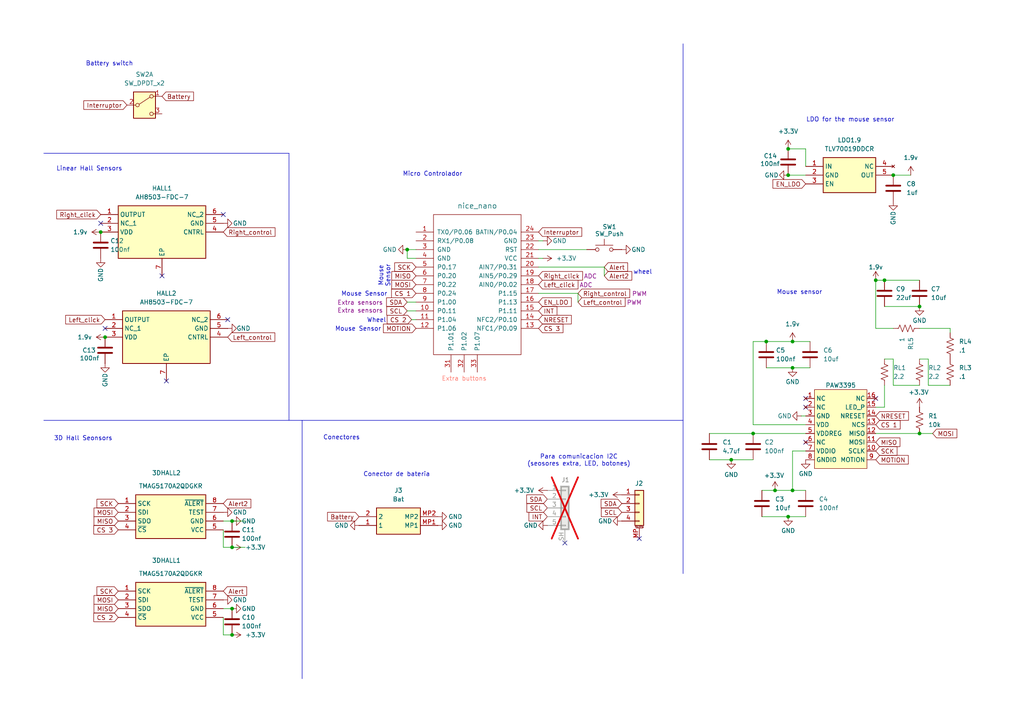
<source format=kicad_sch>
(kicad_sch (version 20250114) (generator "eeschema") (generator_version "9.0")
  (paper "A4")
  (title_block (title "Custom Mouse") (rev "0") (company "Hugo Bueno"))
  (lib_symbols
    (symbol "53261-4002:53261-4002"
      (property "Reference" "J" (at 19.05 7.62 0))
      (property "Value" "53261-4002" (at 19.05 5.08 0))
      (symbol "53261-4002_1_1"
        (rectangle (start 5.08 2.54) (end 17.78 -5.08) (stroke (width 0.254)) (fill (type background)))
        (pin passive line (at 0 0 0) (length 5.08) (name "2") (number "2"))
        (pin passive line (at 0 -2.54 0) (length 5.08) (name "1") (number "1"))
        (pin passive line (at 22.86 0 180) (length 5.08) (name "MP2") (number "MP2"))
        (pin passive line (at 22.86 -2.54 180) (length 5.08) (name "MP1") (number "MP1"))
      )
    )
    (symbol "AH8503-FDC-7:AH8503-FDC-7"
      (property "Reference" "IC" (at 31.75 7.62 0))
      (property "Value" "AH8503-FDC-7" (at 31.75 5.08 0))
      (symbol "AH8503-FDC-7_1_1"
        (rectangle (start 5.08 2.54) (end 30.48 -12.7) (stroke (width 0.254)) (fill (type background)))
        (pin passive line (at 0 0 0) (length 5.08) (name "OUTPUT") (number "1"))
        (pin passive line (at 0 -2.54 0) (length 5.08) (name "NC_1") (number "2"))
        (pin passive line (at 0 -5.08 0) (length 5.08) (name "VDD") (number "3"))
        (pin passive line (at 17.78 -17.78 90) (length 5.08) (name "EP") (number "7"))
        (pin passive line (at 35.56 0 180) (length 5.08) (name "NC_2") (number "6"))
        (pin passive line (at 35.56 -2.54 180) (length 5.08) (name "GND") (number "5"))
        (pin passive line (at 35.56 -5.08 180) (length 5.08) (name "CNTRL") (number "4"))
      )
    )
    (symbol "Connector_Generic_MountingPin:Conn_01x04_MountingPin" (pin_names (offset 1.016) (hide yes))
      (property "Reference" "J" (at 0 5.08 0))
      (property "Value" "Conn_01x04_MountingPin" (at 1.27 -7.62 0))
      (symbol "Conn_01x04_MountingPin_1_1"
        (rectangle (start -1.27 3.81) (end 1.27 -6.35) (stroke (width 0.254)) (fill (type background)))
        (rectangle (start -1.27 2.667) (end 0 2.413) (stroke (width 0.1524)))
        (rectangle (start -1.27 0.127) (end 0 -0.127) (stroke (width 0.1524)))
        (rectangle (start -1.27 -2.413) (end 0 -2.667) (stroke (width 0.1524)))
        (rectangle (start -1.27 -4.953) (end 0 -5.207) (stroke (width 0.1524)))
        (polyline (pts (xy -1.016 -7.112) (xy 1.016 -7.112)) (stroke (width 0.1524)))
        (text "Mounting" (at 0 -6.731 0) (effects (font (size 0.381 0.381))))
        (pin passive line (at -5.08 2.54 0) (length 3.81) (name "Pin_1") (number "1"))
        (pin passive line (at -5.08 0 0) (length 3.81) (name "Pin_2") (number "2"))
        (pin passive line (at -5.08 -2.54 0) (length 3.81) (name "Pin_3") (number "3"))
        (pin passive line (at -5.08 -5.08 0) (length 3.81) (name "Pin_4") (number "4"))
        (pin passive line (at 0 -10.16 90) (length 3.048) (name "MountPin") (number "MP"))
      )
    )
    (symbol "Connector_Generic_Shielded:Conn_01x05_Shielded" (pin_names (offset 1.016) (hide yes))
      (property "Reference" "J" (at 0.254 7.366 0))
      (property "Value" "Conn_01x05_Shielded" (at 1.016 -7.366 0))
      (symbol "Conn_01x05_Shielded_1_1"
        (rectangle (start -1.27 6.35) (end 1.27 -6.35) (stroke (width 0.1524)))
        (rectangle (start -1.016 6.096) (end 1.016 -6.096) (stroke (width 0.254)) (fill (type background)))
        (rectangle (start -1.016 5.207) (end 0.254 4.953) (stroke (width 0.1524)))
        (rectangle (start -1.016 2.667) (end 0.254 2.413) (stroke (width 0.1524)))
        (rectangle (start -1.016 0.127) (end 0.254 -0.127) (stroke (width 0.1524)))
        (rectangle (start -1.016 -2.413) (end 0.254 -2.667) (stroke (width 0.1524)))
        (rectangle (start -1.016 -4.953) (end 0.254 -5.207) (stroke (width 0.1524)))
        (pin passive line (at -5.08 5.08 0) (length 4.064) (name "Pin_1") (number "1"))
        (pin passive line (at -5.08 2.54 0) (length 4.064) (name "Pin_2") (number "2"))
        (pin passive line (at -5.08 0 0) (length 4.064) (name "Pin_3") (number "3"))
        (pin passive line (at -5.08 -2.54 0) (length 4.064) (name "Pin_4") (number "4"))
        (pin passive line (at -5.08 -5.08 0) (length 4.064) (name "Pin_5") (number "5"))
        (pin passive line (at 0 -10.16 90) (length 3.81) (name "Shield") (number "SH"))
      )
    )
    (symbol "Device:C" (pin_numbers (hide yes)) (pin_names (offset 0.254))
      (property "Reference" "C" (at 0.635 2.54 0))
      (property "Value" "C" (at 0.635 -2.54 0))
      (symbol "C_0_1"
        (polyline (pts (xy -2.032 0.762) (xy 2.032 0.762)) (stroke (width 0.508)))
        (polyline (pts (xy -2.032 -0.762) (xy 2.032 -0.762)) (stroke (width 0.508)))
      )
      (symbol "C_1_1"
        (pin passive line (at 0 3.81 270) (length 2.794) (name "~") (number "1"))
        (pin passive line (at 0 -3.81 90) (length 2.794) (name "~") (number "2"))
      )
    )
    (symbol "Device:R_US" (pin_numbers (hide yes)) (pin_names (offset 0))
      (property "Reference" "R" (at 2.54 0 90))
      (property "Value" "R_US" (at -2.54 0 90))
      (symbol "R_US_0_1"
        (polyline (pts (xy 0 2.286) (xy 0 2.54)))
        (polyline (pts (xy 0 2.286) (xy 1.016 1.905) (xy 0 1.524) (xy -1.016 1.143) (xy 0 0.762)))
        (polyline (pts (xy 0 0.762) (xy 1.016 0.381) (xy 0 0) (xy -1.016 -0.381) (xy 0 -0.762)))
        (polyline (pts (xy 0 -0.762) (xy 1.016 -1.143) (xy 0 -1.524) (xy -1.016 -1.905) (xy 0 -2.286)))
        (polyline (pts (xy 0 -2.286) (xy 0 -2.54)))
      )
      (symbol "R_US_1_1"
        (pin passive line (at 0 3.81 270) (length 1.27) (name "~") (number "1"))
        (pin passive line (at 0 -3.81 90) (length 1.27) (name "~") (number "2"))
      )
    )
    (symbol "PAW3395:paw3395DM-T6QU"
      (property "Reference" "U" (at 0 14.478 0))
      (symbol "paw3395DM-T6QU_1_1"
        (rectangle (start -7.62 12.7) (end 7.62 -10.16) (fill (type background)))
        (pin no_connect line (at -10.16 10.16 0) (length 2.54) (name "NC") (number "1"))
        (pin no_connect line (at -10.16 7.62 0) (length 2.54) (name "NC") (number "2"))
        (pin output line (at -10.16 5.08 0) (length 2.54) (name "GND") (number "3"))
        (pin input line (at -10.16 2.54 0) (length 2.54) (name "VDD") (number "4"))
        (pin input line (at -10.16 0 0) (length 2.54) (name "VDDREG") (number "5"))
        (pin no_connect line (at -10.16 -2.54 0) (length 2.54) (name "NC") (number "6"))
        (pin input line (at -10.16 -5.08 0) (length 2.54) (name "VDDIO") (number "7"))
        (pin output line (at -10.16 -7.62 0) (length 2.54) (name "GNDIO") (number "8"))
        (pin no_connect line (at 10.16 10.16 180) (length 2.54) (name "NC") (number "16"))
        (pin output line (at 10.16 7.62 180) (length 2.54) (name "LED_P") (number "15"))
        (pin output line (at 10.16 5.08 180) (length 2.54) (name "NRESET") (number "14"))
        (pin output line (at 10.16 2.54 180) (length 2.54) (name "NCS") (number "13"))
        (pin output line (at 10.16 0 180) (length 2.54) (name "MISO") (number "12"))
        (pin output line (at 10.16 -2.54 180) (length 2.54) (name "MOSI") (number "11"))
        (pin output line (at 10.16 -5.08 180) (length 2.54) (name "SCLK") (number "10"))
        (pin output line (at 10.16 -7.62 180) (length 2.54) (name "MOTION") (number "9"))
      )
    )
    (symbol "Switch:SW_DPDT_x2" (pin_names (offset 0) (hide yes))
      (property "Reference" "SW" (at 0 5.08 0))
      (property "Value" "SW_DPDT_x2" (at 0 -5.08 0))
      (symbol "SW_DPDT_x2_0_0"
        (circle (center -2.032 0) (radius 0.508))
        (circle (center 2.032 -2.54) (radius 0.508))
      )
      (symbol "SW_DPDT_x2_0_1"
        (rectangle (start -3.175 3.81) (end 3.175 -3.81) (stroke (width 0.254)) (fill (type background)))
        (polyline (pts (xy -1.524 0.254) (xy 1.5748 2.286)))
        (circle (center 2.032 2.54) (radius 0.508))
      )
      (symbol "SW_DPDT_x2_1_1"
        (pin passive line (at -5.08 0 0) (length 2.54) (name "B") (number "2"))
        (pin passive line (at 5.08 2.54 180) (length 2.54) (name "A") (number "1"))
        (pin passive line (at 5.08 -2.54 180) (length 2.54) (name "C") (number "3"))
      )
      (symbol "SW_DPDT_x2_2_1"
        (pin passive line (at -5.08 0 0) (length 2.54) (name "B") (number "5"))
        (pin passive line (at 5.08 2.54 180) (length 2.54) (name "A") (number "4"))
        (pin passive line (at 5.08 -2.54 180) (length 2.54) (name "C") (number "6"))
      )
    )
    (symbol "Switch:SW_Push" (pin_numbers (hide yes)) (pin_names (offset 1.016) (hide yes))
      (property "Reference" "SW" (at 1.27 2.54 0))
      (property "Value" "SW_Push" (at 0 -1.524 0))
      (symbol "SW_Push_0_1"
        (circle (center -2.032 0) (radius 0.508))
        (polyline (pts (xy 0 1.27) (xy 0 3.048)))
        (circle (center 2.032 0) (radius 0.508))
        (polyline (pts (xy 2.54 1.27) (xy -2.54 1.27)))
        (pin passive line (at -5.08 0 0) (length 2.54) (name "1") (number "1"))
        (pin passive line (at 5.08 0 180) (length 2.54) (name "2") (number "2"))
      )
    )
    (symbol "TLV70019DDCR:TLV70019DDCR"
      (property "Reference" "IC" (at 21.59 7.62 0))
      (property "Value" "TLV70019DDCR" (at 21.59 5.08 0))
      (symbol "TLV70019DDCR_1_1"
        (rectangle (start 5.08 2.54) (end 20.32 -7.62) (stroke (width 0.254)) (fill (type background)))
        (pin input line (at 0 0 0) (length 5.08) (name "IN") (number "1"))
        (pin power_in line (at 0 -2.54 0) (length 5.08) (name "GND") (number "2"))
        (pin input line (at 0 -5.08 0) (length 5.08) (name "EN") (number "3"))
        (pin no_connect line (at 25.4 0 180) (length 5.08) (name "NC") (number "4"))
        (pin output line (at 25.4 -2.54 180) (length 5.08) (name "OUT") (number "5"))
      )
    )
    (symbol "TMAG5170A2QDGKR:TMAG5170A2QDGKR"
      (property "Reference" "IC" (at 26.67 7.62 0))
      (property "Value" "TMAG5170A2QDGKR" (at 26.67 5.08 0))
      (symbol "TMAG5170A2QDGKR_1_1"
        (rectangle (start 5.08 2.54) (end 25.4 -10.16) (stroke (width 0.254)) (fill (type background)))
        (pin passive line (at 0 0 0) (length 5.08) (name "SCK") (number "1"))
        (pin passive line (at 0 -2.54 0) (length 5.08) (name "SDI") (number "2"))
        (pin passive line (at 0 -5.08 0) (length 5.08) (name "SDO") (number "3"))
        (pin passive line (at 0 -7.62 0) (length 5.08) (name "~{CS}") (number "4"))
        (pin passive line (at 30.48 0 180) (length 5.08) (name "~{ALERT}") (number "8"))
        (pin passive line (at 30.48 -2.54 180) (length 5.08) (name "TEST") (number "7"))
        (pin passive line (at 30.48 -5.08 180) (length 5.08) (name "GND") (number "6"))
        (pin passive line (at 30.48 -7.62 180) (length 5.08) (name "VCC") (number "5"))
      )
    )
    (symbol "nice_nano:nice_nano" (pin_names (offset 1.016))
      (property "Reference" "U" (at 0 0 0))
      (property "Value" "nice_nano" (at 0 2.54 0))
      (symbol "nice_nano_0_1"
        (rectangle (start -12.7 -21.59) (end 12.7 19.05))
      )
      (symbol "nice_nano_1_1"
        (pin input line (at -17.78 13.97 0) (length 5.08) (name "TX0/P0.06") (number "1"))
        (pin input line (at -17.78 11.43 0) (length 5.08) (name "RX1/P0.08") (number "2"))
        (pin input line (at -17.78 8.89 0) (length 5.08) (name "GND") (number "3"))
        (pin input line (at -17.78 6.35 0) (length 5.08) (name "GND") (number "4"))
        (pin input line (at -17.78 3.81 0) (length 5.08) (name "P0.17") (number "5"))
        (pin input line (at -17.78 1.27 0) (length 5.08) (name "P0.20") (number "6"))
        (pin input line (at -17.78 -1.27 0) (length 5.08) (name "P0.22") (number "7"))
        (pin input line (at -17.78 -3.81 0) (length 5.08) (name "P0.24") (number "8"))
        (pin input line (at -17.78 -6.35 0) (length 5.08) (name "P1.00") (number "9"))
        (pin input line (at -17.78 -8.89 0) (length 5.08) (name "P0.11") (number "10"))
        (pin input line (at -17.78 -11.43 0) (length 5.08) (name "P1.04") (number "11"))
        (pin input line (at -17.78 -13.97 0) (length 5.08) (name "P1.06") (number "12"))
        (pin input line (at -7.62 -26.67 90) (length 5.08) (name "P1.01") (number "31"))
        (pin input line (at -3.81 -26.67 90) (length 5.08) (name "P1.02") (number "32"))
        (pin input line (at 0 -26.67 90) (length 5.08) (name "P1.07") (number "33"))
        (pin input line (at 17.78 13.97 180) (length 5.08) (name "BATIN/P0.04") (number "24"))
        (pin input line (at 17.78 11.43 180) (length 5.08) (name "GND") (number "23"))
        (pin input line (at 17.78 8.89 180) (length 5.08) (name "RST") (number "22"))
        (pin input line (at 17.78 6.35 180) (length 5.08) (name "VCC") (number "21"))
        (pin input line (at 17.78 3.81 180) (length 5.08) (name "AIN7/P0.31") (number "20"))
        (pin input line (at 17.78 1.27 180) (length 5.08) (name "AIN5/P0.29") (number "19"))
        (pin input line (at 17.78 -1.27 180) (length 5.08) (name "AIN0/P0.02") (number "18"))
        (pin input line (at 17.78 -3.81 180) (length 5.08) (name "P1.15") (number "17"))
        (pin input line (at 17.78 -6.35 180) (length 5.08) (name "P1.13") (number "16"))
        (pin input line (at 17.78 -8.89 180) (length 5.08) (name "P1.11") (number "15"))
        (pin input line (at 17.78 -11.43 180) (length 5.08) (name "NFC2/P0.10") (number "14"))
        (pin input line (at 17.78 -13.97 180) (length 5.08) (name "NFC1/P0.09") (number "13"))
      )
    )
    (symbol "power:+3.3V" (power) (pin_numbers (hide yes)) (pin_names (offset 0) (hide yes))
      (property "Value" "+3.3V" (at 0 3.556 0))
      (symbol "+3.3V_0_1"
        (polyline (pts (xy -0.762 1.27) (xy 0 2.54)))
        (polyline (pts (xy 0 2.54) (xy 0.762 1.27)))
        (polyline (pts (xy 0 0) (xy 0 2.54)))
      )
      (symbol "+3.3V_1_1"
        (pin power_in line (at 0 0 90) (length 0) (name "~") (number "1"))
      )
    )
    (symbol "power:GND" (power) (pin_numbers (hide yes)) (pin_names (offset 0) (hide yes))
      (property "Value" "GND" (at 0 -3.81 0))
      (symbol "GND_0_1"
        (polyline (pts (xy 0 0) (xy 0 -1.27) (xy 1.27 -1.27) (xy 0 -2.54) (xy -1.27 -1.27) (xy 0 -1.27)))
      )
      (symbol "GND_1_1"
        (pin power_in line (at 0 0 270) (length 0) (name "~") (number "1"))
      )
    )
    (symbol "power:VCC" (power) (pin_numbers (hide yes)) (pin_names (offset 0) (hide yes))
      (property "Value" "VCC" (at 0 3.556 0))
      (symbol "VCC_0_1"
        (polyline (pts (xy -0.762 1.27) (xy 0 2.54)))
        (polyline (pts (xy 0 2.54) (xy 0.762 1.27)))
        (polyline (pts (xy 0 0) (xy 0 2.54)))
      )
      (symbol "VCC_1_1"
        (pin power_in line (at 0 0 90) (length 0) (name "~") (number "1"))
      )
    )
  )
  (text "Conector de bateria" (at 115.062 137.668 0) (effects (font (size 1.27 1.27))))
  (text "Linear Hall Sensors" (at 25.908 49.022 0) (effects (font (size 1.27 1.27))))
  (text "Mouse Sensor" (at 103.886 95.504 0) (effects (font (size 1.27 1.27))))
  (text "Mouse\nSensor" (at 111.506 80.01 90) (effects (font (size 1.27 1.27))))
  (text "Para comunicacion I2C\n(seosores extra, LED, botones)" (at 167.894 133.604 0) (effects (font (size 1.27 1.27))))
  (text "Mouse Sensor" (at 105.664 85.344 0) (effects (font (size 1.27 1.27))))
  (text "3D Hall Seonsors" (at 24.13 127.254 0) (effects (font (size 1.27 1.27))))
  (text "Mouse sensor" (at 231.902 84.836 0) (effects (font (size 1.27 1.27))))
  (text "Extra buttons" (at 134.62 109.982 0) (effects (font (size 1.27 1.27))))
  (text "Micro Controlador" (at 125.476 50.546 0) (effects (font (size 1.27 1.27))))
  (text "Battery switch" (at 31.75 18.542 0) (effects (font (size 1.27 1.27))))
  (text "Wheel\n" (at 109.22 92.964 0) (effects (font (size 1.27 1.27))))
  (text "Conectores" (at 99.06 127 0) (effects (font (size 1.27 1.27))))
  (text "wheel" (at 186.436 78.994 0) (effects (font (size 1.27 1.27))))
  (text "LDO for the mouse sensor" (at 246.634 34.798 0) (effects (font (size 1.27 1.27))))
  (junction (at 228.6 43.18))
  (junction (at 266.7 88.9))
  (junction (at 218.44 125.73))
  (junction (at 259.08 50.8))
  (junction (at 228.6 149.86))
  (junction (at 67.31 158.75))
  (junction (at 256.54 81.28))
  (junction (at 67.31 151.13))
  (junction (at 29.21 67.31))
  (junction (at 118.11 72.39))
  (junction (at 67.31 184.15))
  (junction (at 67.31 176.53))
  (junction (at 224.79 142.24))
  (junction (at 30.48 97.79))
  (junction (at 254 81.28))
  (junction (at 229.87 106.68))
  (junction (at 228.6 50.8))
  (junction (at 229.87 142.24))
  (junction (at 222.25 99.06))
  (junction (at 229.87 99.06))
  (junction (at 212.09 133.35))
  (junction (at 266.7 125.73))
  (no_connect (at 66.04 92.71))
  (no_connect (at 254 115.57))
  (no_connect (at 29.21 64.77))
  (no_connect (at 46.99 80.01))
  (no_connect (at 233.68 118.11))
  (no_connect (at 233.68 115.57))
  (no_connect (at 64.77 62.23))
  (no_connect (at 30.48 95.25))
  (no_connect (at 48.26 110.49))
  (no_connect (at 233.68 128.27))
  (no_connect (at 185.42 156.21))
  (no_connect (at 163.83 157.48))
  (wire (pts (xy 233.68 123.19) (xy 218.44 123.19)))
  (wire (pts (xy 118.11 72.39) (xy 120.65 72.39)))
  (wire (pts (xy 175.26 77.47) (xy 175.26 80.01)))
  (wire (pts (xy 229.87 99.06) (xy 234.95 99.06)))
  (wire (pts (xy 218.44 123.19) (xy 218.44 99.06)))
  (wire (pts (xy 256.54 81.28) (xy 266.7 81.28)))
  (wire (pts (xy 224.79 142.24) (xy 229.87 142.24)))
  (wire (pts (xy 118.11 87.63) (xy 120.65 87.63)))
  (wire (pts (xy 167.64 85.09) (xy 156.21 85.09)))
  (wire (pts (xy 120.65 74.93) (xy 118.11 74.93)))
  (wire (pts (xy 212.09 133.35) (xy 218.44 133.35)))
  (wire (pts (xy 269.24 104.14) (xy 266.7 104.14)))
  (wire (pts (xy 218.44 99.06) (xy 222.25 99.06)))
  (wire (pts (xy 229.87 106.68) (xy 234.95 106.68)))
  (wire (pts (xy 67.31 158.75) (xy 71.12 158.75)))
  (polyline (pts (xy 12.7 44.45) (xy 83.82 44.45)))
  (wire (pts (xy 167.64 85.09) (xy 167.64 87.63)))
  (wire (pts (xy 228.6 43.18) (xy 233.68 43.18)))
  (polyline (pts (xy 87.63 121.92) (xy 87.63 196.85)))
  (wire (pts (xy 229.87 130.81) (xy 229.87 142.24)))
  (polyline (pts (xy 87.63 121.92) (xy 198.12 121.92)))
  (wire (pts (xy 205.74 133.35) (xy 212.09 133.35)))
  (wire (pts (xy 259.08 111.76) (xy 259.08 104.14)))
  (wire (pts (xy 259.08 95.25) (xy 254 95.25)))
  (polyline (pts (xy 12.7 121.92) (xy 87.63 121.92)))
  (wire (pts (xy 256.54 118.11) (xy 256.54 111.76)))
  (wire (pts (xy 232.41 120.65) (xy 233.68 120.65)))
  (wire (pts (xy 218.44 125.73) (xy 233.68 125.73)))
  (wire (pts (xy 156.21 69.85) (xy 157.48 69.85)))
  (polyline (pts (xy 83.82 121.92) (xy 83.82 44.45)))
  (wire (pts (xy 119.38 92.71) (xy 120.65 92.71)))
  (wire (pts (xy 67.31 151.13) (xy 64.77 151.13)))
  (wire (pts (xy 275.59 95.25) (xy 275.59 96.52)))
  (wire (pts (xy 233.68 43.18) (xy 233.68 48.26)))
  (wire (pts (xy 269.24 111.76) (xy 275.59 111.76)))
  (wire (pts (xy 228.6 149.86) (xy 233.68 149.86)))
  (wire (pts (xy 64.77 184.15) (xy 64.77 179.07)))
  (wire (pts (xy 220.98 149.86) (xy 228.6 149.86)))
  (wire (pts (xy 229.87 130.81) (xy 233.68 130.81)))
  (wire (pts (xy 205.74 125.73) (xy 218.44 125.73)))
  (wire (pts (xy 270.51 125.73) (xy 266.7 125.73)))
  (wire (pts (xy 118.11 90.17) (xy 120.65 90.17)))
  (wire (pts (xy 254 125.73) (xy 266.7 125.73)))
  (wire (pts (xy 269.24 111.76) (xy 269.24 104.14)))
  (wire (pts (xy 64.77 184.15) (xy 67.31 184.15)))
  (wire (pts (xy 254 118.11) (xy 256.54 118.11)))
  (wire (pts (xy 228.6 50.8) (xy 233.68 50.8)))
  (wire (pts (xy 170.18 72.39) (xy 156.21 72.39)))
  (wire (pts (xy 259.08 111.76) (xy 266.7 111.76)))
  (wire (pts (xy 157.48 74.93) (xy 156.21 74.93)))
  (wire (pts (xy 222.25 106.68) (xy 229.87 106.68)))
  (wire (pts (xy 175.26 77.47) (xy 156.21 77.47)))
  (wire (pts (xy 259.08 104.14) (xy 256.54 104.14)))
  (wire (pts (xy 118.11 72.39) (xy 118.11 74.93)))
  (wire (pts (xy 259.08 50.8) (xy 264.16 50.8)))
  (wire (pts (xy 220.98 142.24) (xy 224.79 142.24)))
  (wire (pts (xy 64.77 176.53) (xy 67.31 176.53)))
  (wire (pts (xy 67.31 151.13) (xy 71.12 151.13)))
  (polyline (pts (xy 198.12 12.7) (xy 198.12 166.37)))
  (wire (pts (xy 256.54 88.9) (xy 266.7 88.9)))
  (wire (pts (xy 256.54 81.28) (xy 254 81.28)))
  (wire (pts (xy 222.25 99.06) (xy 229.87 99.06)))
  (wire (pts (xy 266.7 95.25) (xy 275.59 95.25)))
  (wire (pts (xy 64.77 158.75) (xy 64.77 153.67)))
  (wire (pts (xy 229.87 142.24) (xy 233.68 142.24)))
  (wire (pts (xy 254 95.25) (xy 254 81.28)))
  (wire (pts (xy 67.31 158.75) (xy 64.77 158.75)))
  (global_label "SCK" (shape input) (at 120.65 77.47 180) (property "Intersheetrefs" "${INTERSHEET_REFS}" (effects (hide yes))))
  (global_label "MOTION" (shape input) (at 120.65 95.25 180) (property "Intersheetrefs" "${INTERSHEET_REFS}" (effects (hide yes))))
  (global_label "MOSI" (shape input) (at 34.29 148.59 180) (property "Intersheetrefs" "${INTERSHEET_REFS}" (effects (hide yes))))
  (global_label "SCK" (shape input) (at 254 130.81 0) (property "Intersheetrefs" "${INTERSHEET_REFS}" (effects (hide yes))))
  (global_label "Right_click" (shape input) (at 156.21 80.01 0) (property "Intersheetrefs" "${INTERSHEET_REFS}" (effects (hide yes))) (property "Señal" "ADC" (at 167.894 80.01 0) (effects (justify left))))
  (global_label "MISO" (shape input) (at 120.65 80.01 180) (property "Intersheetrefs" "${INTERSHEET_REFS}" (effects (hide yes))))
  (global_label "SDA" (shape input) (at 158.75 144.78 180) (property "Intersheetrefs" "${INTERSHEET_REFS}" (effects (hide yes))) (property "Note" "Optional for extra sensors" (effects (hide yes))))
  (global_label "Left_click" (shape input) (at 156.21 82.55 0) (property "Intersheetrefs" "${INTERSHEET_REFS}" (effects (hide yes))) (property "Señal" "ADC" (at 166.624 82.55 0) (effects (justify left))))
  (global_label "CS 3" (shape input) (at 156.21 95.25 0) (property "Intersheetrefs" "${INTERSHEET_REFS}" (effects (hide yes))))
  (global_label "Alert2" (shape input) (at 175.26 80.01 0) (property "Intersheetrefs" "${INTERSHEET_REFS}" (effects (hide yes))))
  (global_label "CS 2" (shape input) (at 119.38 92.71 180) (property "Intersheetrefs" "${INTERSHEET_REFS}" (effects (hide yes))))
  (global_label "Left_control" (shape input) (at 167.64 87.63 0) (property "Intersheetrefs" "${INTERSHEET_REFS}" (effects (hide yes))) (property "Señal" "PWM" (at 180.34 87.63 0) (effects (justify left))))
  (global_label "Left_click" (shape input) (at 30.48 92.71 180) (property "Intersheetrefs" "${INTERSHEET_REFS}" (effects (hide yes))))
  (global_label "SCK" (shape input) (at 34.29 146.05 180) (property "Intersheetrefs" "${INTERSHEET_REFS}" (effects (hide yes))))
  (global_label "EN_LDO" (shape input) (at 156.21 87.63 0) (property "Intersheetrefs" "${INTERSHEET_REFS}" (effects (hide yes))) (property "Señal" "PWM" (effects (hide yes))))
  (global_label "Interruptor" (shape input) (at 36.83 30.48 180) (property "Intersheetrefs" "${INTERSHEET_REFS}" (effects (hide yes))))
  (global_label "SDA" (shape input) (at 118.11 87.63 180) (property "Intersheetrefs" "${INTERSHEET_REFS}" (effects (hide yes))) (property "Note" "Extra sensors" (at 112.522 87.63 0) (effects (justify right))))
  (global_label "NRESET" (shape input) (at 254 120.65 0) (property "Intersheetrefs" "${INTERSHEET_REFS}" (effects (hide yes))))
  (global_label "SCL" (shape input) (at 158.75 147.32 180) (property "Intersheetrefs" "${INTERSHEET_REFS}" (effects (hide yes))) (property "Note" "Optional for extra sensors" (effects (hide yes))))
  (global_label "MOSI" (shape input) (at 120.65 82.55 180) (property "Intersheetrefs" "${INTERSHEET_REFS}" (effects (hide yes))))
  (global_label "SCL" (shape input) (at 118.11 90.17 180) (property "Intersheetrefs" "${INTERSHEET_REFS}" (effects (hide yes))) (property "Note" "Extra sensors" (at 112.522 89.916 0) (effects (justify right))))
  (global_label "MOSI" (shape input) (at 34.29 173.99 180) (property "Intersheetrefs" "${INTERSHEET_REFS}" (effects (hide yes))))
  (global_label "EN_LDO" (shape input) (at 233.68 53.34 180) (property "Intersheetrefs" "${INTERSHEET_REFS}" (effects (hide yes))) (property "Señal" "PWM" (effects (hide yes))))
  (global_label "SDA" (shape input) (at 180.34 146.05 180) (property "Intersheetrefs" "${INTERSHEET_REFS}" (effects (hide yes))) (property "Note" "Optional for extra sensors" (effects (hide yes))))
  (global_label "INT" (shape input) (at 158.75 149.86 180) (property "Intersheetrefs" "${INTERSHEET_REFS}" (effects (hide yes))) (property "Note" "Optional for extra sensors" (effects (hide yes))))
  (global_label "INT" (shape input) (at 156.21 90.17 0) (property "Intersheetrefs" "${INTERSHEET_REFS}" (effects (hide yes))) (property "Note" "Optional for extra sensors" (effects (hide yes))))
  (global_label "SCL" (shape input) (at 180.34 148.59 180) (property "Intersheetrefs" "${INTERSHEET_REFS}" (effects (hide yes))) (property "Note" "Optional for extra sensors" (effects (hide yes))))
  (global_label "Alert" (shape input) (at 175.26 77.47 0) (property "Intersheetrefs" "${INTERSHEET_REFS}" (effects (hide yes))))
  (global_label "CS 3" (shape input) (at 34.29 153.67 180) (property "Intersheetrefs" "${INTERSHEET_REFS}" (effects (hide yes))))
  (global_label "Right_control" (shape input) (at 167.64 85.09 0) (property "Intersheetrefs" "${INTERSHEET_REFS}" (effects (hide yes))) (property "Señal" "PWM" (at 181.864 85.09 0) (effects (justify left))))
  (global_label "Battery" (shape input) (at 104.14 149.86 180) (property "Intersheetrefs" "${INTERSHEET_REFS}" (effects (hide yes))))
  (global_label "Alert2" (shape input) (at 64.77 146.05 0) (property "Intersheetrefs" "${INTERSHEET_REFS}" (effects (hide yes))))
  (global_label "MOSI" (shape input) (at 270.51 125.73 0) (property "Intersheetrefs" "${INTERSHEET_REFS}" (effects (hide yes))))
  (global_label "MISO" (shape input) (at 254 128.27 0) (property "Intersheetrefs" "${INTERSHEET_REFS}" (effects (hide yes))))
  (global_label "Right_control" (shape input) (at 64.77 67.31 0) (property "Intersheetrefs" "${INTERSHEET_REFS}" (effects (hide yes))))
  (global_label "Interruptor" (shape input) (at 156.21 67.31 0) (property "Intersheetrefs" "${INTERSHEET_REFS}" (effects (hide yes))))
  (global_label "MISO" (shape input) (at 34.29 176.53 180) (property "Intersheetrefs" "${INTERSHEET_REFS}" (effects (hide yes))))
  (global_label "MISO" (shape input) (at 34.29 151.13 180) (property "Intersheetrefs" "${INTERSHEET_REFS}" (effects (hide yes))))
  (global_label "CS 2" (shape input) (at 34.29 179.07 180) (property "Intersheetrefs" "${INTERSHEET_REFS}" (effects (hide yes))))
  (global_label "Left_control" (shape input) (at 66.04 97.79 0) (property "Intersheetrefs" "${INTERSHEET_REFS}" (effects (hide yes))))
  (global_label "NRESET" (shape input) (at 156.21 92.71 0) (property "Intersheetrefs" "${INTERSHEET_REFS}" (effects (hide yes))))
  (global_label "CS 1" (shape input) (at 120.65 85.09 180) (property "Intersheetrefs" "${INTERSHEET_REFS}" (effects (hide yes))))
  (global_label "Alert" (shape input) (at 64.77 171.45 0) (property "Intersheetrefs" "${INTERSHEET_REFS}" (effects (hide yes))))
  (global_label "SCK" (shape input) (at 34.29 171.45 180) (property "Intersheetrefs" "${INTERSHEET_REFS}" (effects (hide yes))))
  (global_label "Battery" (shape input) (at 46.99 27.94 0) (property "Intersheetrefs" "${INTERSHEET_REFS}" (effects (hide yes))))
  (global_label "Right_click" (shape input) (at 29.21 62.23 180) (property "Intersheetrefs" "${INTERSHEET_REFS}" (effects (hide yes))))
  (global_label "CS 1" (shape input) (at 254 123.19 0) (property "Intersheetrefs" "${INTERSHEET_REFS}" (effects (hide yes))))
  (global_label "MOTION" (shape input) (at 254 133.35 0) (property "Intersheetrefs" "${INTERSHEET_REFS}" (effects (hide yes))))
  (symbol (lib_id "AH8503-FDC-7:AH8503-FDC-7") (at 30.48 92.71 0) (unit 1)
    (property "Reference" "HALL2" (at 48.26 85.09 0))
    (property "Value" "AH8503-FDC-7" (at 48.26 87.63 0))
    (property "Footprint" "Package_DFN_QFN:DFN-6-1EP_2x2mm_P0.65mm_EP1.01x1.7mm" (effects (hide yes)))
    (property "Datasheet" "https://www.diodes.com//assets/Datasheets/AH8503.pdf" (effects (hide yes)))
    (property "Description" "DIODES INC. - AH8503-FDC-7 - Hall Effect Sensor, Linear, 400 A, U-DFN2020, 6 Pins, 1.6 V, 3.6 V" (effects (hide yes)))
    (property "Height" "0.63" (effects (hide yes)))
    (property "Manufacturer_Name" "Diodes Incorporated" (effects (hide yes)))
    (property "Manufacturer_Part_Number" "AH8503-FDC-7" (effects (hide yes)))
    (property "JLC-PCB" "C842150" (effects (hide yes)))
  )
  (symbol (lib_id "Device:R_US") (at 262.89 95.25 90) (unit 1)
    (property "Reference" "RL5" (at 264.1601 97.79 0) (effects (justify right)))
    (property "Value" "1" (at 261.6201 97.79 0) (effects (justify right)))
    (property "Footprint" "Resistor_SMD:R_0805_2012Metric" (effects (hide yes)))
    (property "Description" "1% tolerance" (effects (hide yes)))
    (property "JLC-PCB" "C25271" (effects (hide yes)))
  )
  (symbol (lib_id "power:GND") (at 30.48 105.41 0) (unit 1)
    (property "Reference" "#PWR037" (effects (hide yes)))
    (property "Value" "GND" (at 30.48 110.236 90))
    (property "Description" "Power symbol creates a global label with name \"GND\" , ground" (effects (hide yes)))
  )
  (symbol (lib_id "power:+3.3V") (at 224.79 142.24 0) (unit 1)
    (property "Reference" "#PWR013" (effects (hide yes)))
    (property "Value" "+3.3V" (at 224.536 137.922 0))
    (property "Description" "Power symbol creates a global label with name \"+3.3V\"" (effects (hide yes)))
  )
  (symbol (lib_id "Device:R_US") (at 275.59 100.33 180) (unit 1)
    (property "Reference" "RL4" (at 278.13 99.0599 0) (effects (justify right)))
    (property "Value" ".1" (at 278.13 101.5999 0) (effects (justify right)))
    (property "Footprint" "Resistor_SMD:R_1206_3216Metric" (effects (hide yes)))
    (property "Description" "1% tolerance" (effects (hide yes)))
    (property "JLC-PCB" "C25334" (effects (hide yes)))
  )
  (symbol (lib_id "Device:C") (at 67.31 180.34 0) (unit 1)
    (property "Reference" "C10" (at 70.104 179.07 0) (effects (justify left)))
    (property "Value" "100nf" (at 70.104 181.61 0) (effects (justify left)))
    (property "Footprint" "Capacitor_SMD:C_0805_2012Metric" (effects (hide yes)))
    (property "Description" "Unpolarized capacitor" (effects (hide yes)))
    (property "JLC-PCB" "C28233" (effects (hide yes)))
  )
  (symbol (lib_id "power:GND") (at 158.75 152.4 270) (unit 1)
    (property "Reference" "#PWR027" (effects (hide yes)))
    (property "Value" "GND" (at 153.924 152.4 90))
    (property "Description" "Power symbol creates a global label with name \"GND\" , ground" (effects (hide yes)))
  )
  (symbol (lib_id "power:+3.3V") (at 266.7 118.11 0) (unit 1)
    (property "Reference" "#PWR017" (effects (hide yes)))
    (property "Value" "+3.3V" (at 266.446 113.792 0))
    (property "Description" "Power symbol creates a global label with name \"+3.3V\"" (effects (hide yes)))
  )
  (symbol (lib_id "power:GND") (at 127 149.86 90) (unit 1)
    (property "Reference" "#PWR032" (effects (hide yes)))
    (property "Value" "GND" (at 132.08 149.86 90))
    (property "Description" "Power symbol creates a global label with name \"GND\" , ground" (effects (hide yes)))
  )
  (symbol (lib_id "power:VCC") (at 29.21 67.31 90) (unit 1)
    (property "Reference" "#PWR023" (effects (hide yes)))
    (property "Value" "1.9v" (at 25.4 67.3099 90) (effects (justify left)))
    (property "Description" "Power symbol creates a global label with name \"VCC\"" (effects (hide yes)))
  )
  (symbol (lib_id "power:GND") (at 180.34 72.39 90) (unit 1)
    (property "Reference" "#PWR035" (effects (hide yes)))
    (property "Value" "GND" (at 185.166 72.39 90))
    (property "Description" "Power symbol creates a global label with name \"GND\" , ground" (effects (hide yes)))
  )
  (symbol (lib_id "Device:C") (at 233.68 146.05 0) (unit 1)
    (property "Reference" "C4" (at 237.49 144.7799 0) (effects (justify left)))
    (property "Value" "100nf" (at 237.49 147.3199 0) (effects (justify left)))
    (property "Footprint" "Capacitor_SMD:C_0805_2012Metric" (effects (hide yes)))
    (property "Description" "Unpolarized capacitor" (effects (hide yes)))
    (property "JLC-PCB" "C28233" (effects (hide yes)))
  )
  (symbol (lib_id "power:+3.3V") (at 157.48 74.93 270) (unit 1)
    (property "Reference" "#PWR06" (effects (hide yes)))
    (property "Value" "+3.3V" (at 161.29 74.9299 90) (effects (justify left)))
    (property "Description" "Power symbol creates a global label with name \"+3.3V\"" (effects (hide yes)))
  )
  (symbol (lib_id "power:VCC") (at 264.16 50.8 0) (unit 1)
    (property "Reference" "#PWR022" (effects (hide yes)))
    (property "Value" "1.9v" (at 264.16 45.72 0))
    (property "Description" "Power symbol creates a global label with name \"VCC\"" (effects (hide yes)))
  )
  (symbol (lib_id "Device:R_US") (at 266.7 107.95 180) (unit 1)
    (property "Reference" "RL2" (at 269.24 106.6799 0) (effects (justify right)))
    (property "Value" "2.2" (at 269.24 109.2199 0) (effects (justify right)))
    (property "Footprint" "Resistor_SMD:R_0805_2012Metric" (effects (hide yes)))
    (property "Description" "1% tolerance" (effects (hide yes)))
    (property "JLC-PCB" "C17521" (effects (hide yes)))
  )
  (symbol (lib_id "power:GND") (at 229.87 106.68 0) (unit 1)
    (property "Reference" "#PWR09" (effects (hide yes)))
    (property "Value" "GND" (at 229.87 110.744 0))
    (property "Description" "Power symbol creates a global label with name \"GND\" , ground" (effects (hide yes)))
  )
  (symbol (lib_id "Switch:SW_DPDT_x2") (at 41.91 30.48 0) (unit 1)
    (property "Reference" "SW2" (at 41.91 21.59 0))
    (property "Value" "SW_DPDT_x2" (at 41.91 24.13 0))
    (property "Footprint" "SSSS811101:SSSS811101" (effects (hide yes)))
    (property "Description" "Switch, dual pole double throw, separate symbols" (effects (hide yes)))
    (property "JLC-PCB" "C97433" (effects (hide yes)))
  )
  (symbol (lib_id "power:+3.3V") (at 158.75 142.24 90) (unit 1)
    (property "Reference" "#PWR028" (effects (hide yes)))
    (property "Value" "+3.3V" (at 154.94 142.2399 90) (effects (justify left)))
    (property "Description" "Power symbol creates a global label with name \"+3.3V\"" (effects (hide yes)))
  )
  (symbol (lib_id "power:GND") (at 232.41 120.65 270) (unit 1)
    (property "Reference" "#PWR03" (effects (hide yes)))
    (property "Value" "GND" (at 227.584 120.65 90))
    (property "Description" "Power symbol creates a global label with name \"GND\" , ground" (effects (hide yes)))
  )
  (symbol (lib_id "power:GND") (at 228.6 149.86 0) (unit 1)
    (property "Reference" "#PWR012" (effects (hide yes)))
    (property "Value" "GND" (at 228.6 153.924 0))
    (property "Description" "Power symbol creates a global label with name \"GND\" , ground" (effects (hide yes)))
  )
  (symbol (lib_id "Device:R_US") (at 256.54 107.95 180) (unit 1)
    (property "Reference" "RL1" (at 259.08 106.68 0) (effects (justify right)))
    (property "Value" "2.2" (at 259.08 109.2199 0) (effects (justify right)))
    (property "Footprint" "Resistor_SMD:R_0805_2012Metric" (effects (hide yes)))
    (property "Description" "1% tolerance" (effects (hide yes)))
    (property "JLC-PCB" "C17521" (effects (hide yes)))
  )
  (symbol (lib_id "Switch:SW_Push") (at 175.26 72.39 0) (unit 1)
    (property "Reference" "SW1" (at 176.784 65.786 0))
    (property "Value" "SW_Push" (at 176.784 67.818 0))
    (property "Footprint" "PCM_JLCPCB:SW_TS-1088-AR02016" (effects (hide yes)))
    (property "Description" "Push button switch, generic, two pins" (effects (hide yes)))
    (property "JLC-PCB" "C720477" (effects (hide yes)))
  )
  (symbol (lib_id "power:+3.3V") (at 228.6 43.18 0) (unit 1)
    (property "Reference" "#PWR019" (effects (hide yes)))
    (property "Value" "+3.3V" (at 228.6 38.1 0))
    (property "Description" "Power symbol creates a global label with name \"+3.3V\"" (effects (hide yes)))
  )
  (symbol (lib_id "TMAG5170A2QDGKR:TMAG5170A2QDGKR") (at 34.29 146.05 0) (unit 1)
    (property "Reference" "3DHALL2" (at 48.26 137.16 0))
    (property "Value" "TMAG5170A2QDGKR" (at 49.53 140.97 0))
    (property "Footprint" "TMAG5170A2QDGKR:SOP65P490X110-8N" (effects (hide yes)))
    (property "Datasheet" "https://www.ti.com/lit/ds/symlink/tmag5170.pdf?ts=1637421424132&ref_url=https%253A%252F%252Fwww.ti.com%252Fstore%252Fti%252Fen%252Fp%252Fproduct%252F%253Fp%253DTMAG5170A2QDGKR" (effects (hide yes)))
    (property "Description" "TMAG5170A2QDGKR" (effects (hide yes)))
    (property "Height" "1.1" (effects (hide yes)))
    (property "Manufacturer_Name" "Texas Instruments" (effects (hide yes)))
    (property "Manufacturer_Part_Number" "TMAG5170A2QDGKR" (effects (hide yes)))
    (property "JLC-PCB" "C3716101" (effects (hide yes)))
  )
  (symbol (lib_id "power:GND") (at 104.14 152.4 270) (unit 1)
    (property "Reference" "#PWR031" (effects (hide yes)))
    (property "Value" "GND" (at 99.06 152.4 90))
    (property "Description" "Power symbol creates a global label with name \"GND\" , ground" (effects (hide yes)))
  )
  (symbol (lib_id "Connector_Generic_MountingPin:Conn_01x04_MountingPin") (at 185.42 146.05 0) (unit 1)
    (property "Reference" "J2" (at 184.15 140.208 0) (effects (justify left)))
    (property "Value" "Conn_01x04_MountingPin" (effects (hide yes)))
    (property "Footprint" "Connector_JST:JST_SH_SM04B-SRSS-TB_1x04-1MP_P1.00mm_Horizontal" (effects (hide yes)))
    (property "Description" "Generic connectable mounting pin connector, single row, 01x04, script generated (kicad-library-utils/schlib/autogen/connector/)" (effects (hide yes)))
    (property "JLC-PCB" "C160404" (effects (hide yes)))
  )
  (symbol (lib_id "power:GND") (at 228.6 50.8 270) (unit 1)
    (property "Reference" "#PWR020" (effects (hide yes)))
    (property "Value" "GND" (at 223.774 50.8 90))
    (property "Description" "Power symbol creates a global label with name \"GND\" , ground" (effects (hide yes)))
  )
  (symbol (lib_id "power:+3.3V") (at 180.34 143.51 90) (unit 1)
    (property "Reference" "#PWR029" (effects (hide yes)))
    (property "Value" "+3.3V" (at 176.53 143.5099 90) (effects (justify left)))
    (property "Description" "Power symbol creates a global label with name \"+3.3V\"" (effects (hide yes)))
  )
  (symbol (lib_id "power:GND") (at 180.34 151.13 270) (unit 1)
    (property "Reference" "#PWR030" (effects (hide yes)))
    (property "Value" "GND" (at 175.514 151.13 90))
    (property "Description" "Power symbol creates a global label with name \"GND\" , ground" (effects (hide yes)))
  )
  (symbol (lib_id "Device:C") (at 259.08 54.61 0) (unit 1)
    (property "Reference" "C8" (at 262.89 53.3399 0) (effects (justify left)))
    (property "Value" "1uf" (at 262.89 55.8799 0) (effects (justify left)))
    (property "Footprint" "Capacitor_SMD:C_0805_2012Metric" (effects (hide yes)))
    (property "Description" "Unpolarized capacitor" (effects (hide yes)))
    (property "JLC-PCB" "C28323" (effects (hide yes)))
  )
  (symbol (lib_id "Device:R_US") (at 275.59 107.95 180) (unit 1)
    (property "Reference" "RL3" (at 278.13 106.6799 0) (effects (justify right)))
    (property "Value" ".1" (at 278.13 109.2199 0) (effects (justify right)))
    (property "Footprint" "Resistor_SMD:R_1206_3216Metric" (effects (hide yes)))
    (property "Description" "1% tolerance" (effects (hide yes)))
    (property "JLC-PCB" "C25334" (effects (hide yes)))
  )
  (symbol (lib_id "power:GND") (at 266.7 88.9 0) (unit 1)
    (property "Reference" "#PWR015" (effects (hide yes)))
    (property "Value" "GND" (at 266.7 92.964 0))
    (property "Description" "Power symbol creates a global label with name \"GND\" , ground" (effects (hide yes)))
  )
  (symbol (lib_id "Device:C") (at 218.44 129.54 0) (unit 1)
    (property "Reference" "C2" (at 221.742 128.27 0) (effects (justify left)))
    (property "Value" "100nf" (at 221.742 130.81 0) (effects (justify left)))
    (property "Footprint" "Capacitor_SMD:C_0805_2012Metric" (effects (hide yes)))
    (property "Description" "Unpolarized capacitor" (effects (hide yes)))
    (property "JLC-PCB" "C28233" (effects (hide yes)))
  )
  (symbol (lib_id "power:VCC") (at 254 81.28 0) (unit 1)
    (property "Reference" "#PWR016" (effects (hide yes)))
    (property "Value" "1.9v" (at 254 77.47 0))
    (property "Description" "Power symbol creates a global label with name \"VCC\"" (effects (hide yes)))
  )
  (symbol (lib_id "Device:C") (at 29.21 71.12 0) (unit 1)
    (property "Reference" "C12" (at 32.004 69.85 0) (effects (justify left)))
    (property "Value" "100nf" (at 32.004 72.39 0) (effects (justify left)))
    (property "Footprint" "Capacitor_SMD:C_0805_2012Metric" (effects (hide yes)))
    (property "Description" "Unpolarized capacitor" (effects (hide yes)))
    (property "JLC-PCB" "C28233" (effects (hide yes)))
  )
  (symbol (lib_id "Device:C") (at 256.54 85.09 0) (unit 1)
    (property "Reference" "C9" (at 259.842 83.82 0) (effects (justify left)))
    (property "Value" "22uf" (at 259.842 86.36 0) (effects (justify left)))
    (property "Footprint" "Capacitor_SMD:C_0805_2012Metric" (effects (hide yes)))
    (property "Description" "Unpolarized capacitor" (effects (hide yes)))
    (property "JLC-PCB" "C45783" (effects (hide yes)))
  )
  (symbol (lib_id "nice_nano:nice_nano") (at 138.43 81.28 0) (unit 1)
    (property "Reference" "U2" (effects (hide yes)))
    (property "Value" "nice_nano" (at 138.43 59.69 0) (effects (font (size 1.524 1.524))))
    (property "Footprint" "Nice_nano:nice_nano" (effects (hide yes)))
  )
  (symbol (lib_id "power:VCC") (at 30.48 97.79 90) (unit 1)
    (property "Reference" "#PWR05" (effects (hide yes)))
    (property "Value" "1.9v" (at 26.67 97.7899 90) (effects (justify left)))
    (property "Description" "Power symbol creates a global label with name \"VCC\"" (effects (hide yes)))
  )
  (symbol (lib_id "power:GND") (at 64.77 64.77 90) (unit 1)
    (property "Reference" "#PWR01" (effects (hide yes)))
    (property "Value" "GND" (at 69.596 64.77 90))
    (property "Description" "Power symbol creates a global label with name \"GND\" , ground" (effects (hide yes)))
  )
  (symbol (lib_id "PAW3395:paw3395DM-T6QU") (at 243.84 125.73 0) (unit 1)
    (property "Reference" "OpticalSensor1" (effects (hide yes)))
    (property "Value" "PAW3395" (at 243.84 111.76 0))
    (property "Footprint" "PAW3395:DIP-16_PAW3395" (effects (hide yes)))
    (property "Datasheet" "kicad-embed://pixart_-_paw3395dm-t6qu_-_productbrief_v1.0_1552769_4.pdf" (effects (hide yes)))
    (property "JLC-PCB" "C41346211" (effects (hide yes)))
  )
  (symbol (lib_id "power:GND") (at 67.31 151.13 90) (unit 1)
    (property "Reference" "#PWR025" (effects (hide yes)))
    (property "Value" "GND" (at 72.136 151.13 90))
    (property "Description" "Power symbol creates a global label with name \"GND\" , ground" (effects (hide yes)))
  )
  (symbol (lib_id "power:+3.3V") (at 67.31 158.75 270) (unit 1)
    (property "Reference" "#PWR026" (effects (hide yes)))
    (property "Value" "+3.3V" (at 71.12 158.7499 90) (effects (justify left)))
    (property "Description" "Power symbol creates a global label with name \"+3.3V\"" (effects (hide yes)))
  )
  (symbol (lib_id "Device:C") (at 205.74 129.54 0) (unit 1)
    (property "Reference" "C1" (at 209.55 128.2699 0) (effects (justify left)))
    (property "Value" "4.7uf" (at 209.55 130.8099 0) (effects (justify left)))
    (property "Footprint" "Capacitor_SMD:C_0805_2012Metric" (effects (hide yes)))
    (property "Description" "Unpolarized capacitor" (effects (hide yes)))
    (property "JLC-PCB" "C1779" (effects (hide yes)))
  )
  (symbol (lib_id "power:GND") (at 67.31 176.53 90) (unit 1)
    (property "Reference" "#PWR024" (effects (hide yes)))
    (property "Value" "GND" (at 72.136 176.53 90))
    (property "Description" "Power symbol creates a global label with name \"GND\" , ground" (effects (hide yes)))
  )
  (symbol (lib_id "Device:C") (at 220.98 146.05 0) (unit 1)
    (property "Reference" "C3" (at 224.79 144.7799 0) (effects (justify left)))
    (property "Value" "10uf" (at 224.79 147.3199 0) (effects (justify left)))
    (property "Footprint" "Capacitor_SMD:C_0805_2012Metric" (effects (hide yes)))
    (property "Description" "Unpolarized capacitor" (effects (hide yes)))
    (property "JLC-PCB" "C15850" (effects (hide yes)))
  )
  (symbol (lib_id "Device:R_US") (at 266.7 121.92 180) (unit 1)
    (property "Reference" "R1" (at 269.24 120.6499 0) (effects (justify right)))
    (property "Value" "10k" (at 269.24 123.1899 0) (effects (justify right)))
    (property "Footprint" "Resistor_SMD:R_0805_2012Metric" (effects (hide yes)))
    (property "Description" "Resistor, US symbol" (effects (hide yes)))
    (property "JLC-PCB" "C17414" (effects (hide yes)))
  )
  (symbol (lib_id "power:GND") (at 233.68 133.35 0) (unit 1)
    (property "Reference" "#PWR014" (effects (hide yes)))
    (property "Value" "GND" (at 233.68 137.414 0))
    (property "Description" "Power symbol creates a global label with name \"GND\" , ground" (effects (hide yes)))
  )
  (symbol (lib_id "Device:C") (at 228.6 46.99 0) (unit 1)
    (property "Reference" "C14" (at 221.488 45.212 0) (effects (justify left)))
    (property "Value" "100nf" (at 220.472 47.498 0) (effects (justify left)))
    (property "Footprint" "Capacitor_SMD:C_0805_2012Metric" (effects (hide yes)))
    (property "Description" "Unpolarized capacitor" (effects (hide yes)))
    (property "JLC-PCB" "C28233" (effects (hide yes)))
  )
  (symbol (lib_id "53261-4002:53261-4002") (at 104.14 149.86 0) (unit 1)
    (property "Reference" "J3" (at 115.57 142.24 0))
    (property "Value" "Bat" (at 115.57 144.78 0))
    (property "Footprint" "53261-4002:532614002" (effects (hide yes)))
    (property "Datasheet" "https://www.molex.com/content/dam/molex/molex-dot-com/products/automated/en-us/salesdrawingpdf/532/53261/532614002_sd.pdf" (effects (hide yes)))
    (property "Description" "Headers & Wire Housings PicoBlade 1.25 SMT RA PKG" (effects (hide yes)))
    (property "Height" "3.6" (effects (hide yes)))
    (property "Manufacturer_Name" "Molex" (effects (hide yes)))
    (property "Manufacturer_Part_Number" "53261-4002" (effects (hide yes)))
    (property "JLC-PCB" "C17559503" (effects (hide yes)))
  )
  (symbol (lib_id "power:GND") (at 29.21 74.93 0) (unit 1)
    (property "Reference" "#PWR036" (effects (hide yes)))
    (property "Value" "GND" (at 29.21 79.756 90))
    (property "Description" "Power symbol creates a global label with name \"GND\" , ground" (effects (hide yes)))
  )
  (symbol (lib_id "Connector_Generic_Shielded:Conn_01x05_Shielded") (at 163.83 147.32 0) (unit 1) (in_bom no) (dnp yes)
    (property "Reference" "J1" (at 162.814 139.192 0) (effects (justify left)))
    (property "Value" "Conn_01x05_Shielded" (effects (hide yes)))
    (property "Footprint" "Connector_PinHeader_2.54mm:PinHeader_1x05_P2.54mm_Vertical" (effects (hide yes)))
    (property "Description" "Generic shielded connector, single row, 01x05, script generated (kicad-library-utils/schlib/autogen/connector/)" (effects (hide yes)))
  )
  (symbol (lib_id "power:GND") (at 66.04 95.25 90) (unit 1)
    (property "Reference" "#PWR08" (effects (hide yes)))
    (property "Value" "GND" (at 70.612 95.25 90))
    (property "Description" "Power symbol creates a global label with name \"GND\" , ground" (effects (hide yes)))
  )
  (symbol (lib_id "power:GND") (at 157.48 69.85 90) (unit 1)
    (property "Reference" "#PWR07" (effects (hide yes)))
    (property "Value" "GND" (at 162.306 69.85 90))
    (property "Description" "Power symbol creates a global label with name \"GND\" , ground" (effects (hide yes)))
  )
  (symbol (lib_id "power:+3.3V") (at 67.31 184.15 270) (unit 1)
    (property "Reference" "#PWR02" (effects (hide yes)))
    (property "Value" "+3.3V" (at 71.12 184.1499 90) (effects (justify left)))
    (property "Description" "Power symbol creates a global label with name \"+3.3V\"" (effects (hide yes)))
  )
  (symbol (lib_id "Device:C") (at 30.48 101.6 0) (unit 1)
    (property "Reference" "C13" (at 23.876 101.6 0) (effects (justify left)))
    (property "Value" "100nf" (at 23.114 103.886 0) (effects (justify left)))
    (property "Footprint" "Capacitor_SMD:C_0805_2012Metric" (effects (hide yes)))
    (property "Description" "Unpolarized capacitor" (effects (hide yes)))
    (property "JLC-PCB" "C28233" (effects (hide yes)))
  )
  (symbol (lib_id "Device:C") (at 67.31 154.94 0) (unit 1)
    (property "Reference" "C11" (at 70.104 153.67 0) (effects (justify left)))
    (property "Value" "100nf" (at 70.104 156.21 0) (effects (justify left)))
    (property "Footprint" "Capacitor_SMD:C_0805_2012Metric" (effects (hide yes)))
    (property "Description" "Unpolarized capacitor" (effects (hide yes)))
    (property "JLC-PCB" "C28233" (effects (hide yes)))
  )
  (symbol (lib_id "AH8503-FDC-7:AH8503-FDC-7") (at 29.21 62.23 0) (unit 1)
    (property "Reference" "HALL1" (at 46.99 54.61 0))
    (property "Value" "AH8503-FDC-7" (at 46.99 57.15 0))
    (property "Footprint" "Package_DFN_QFN:DFN-6-1EP_2x2mm_P0.65mm_EP1.01x1.7mm" (effects (hide yes)))
    (property "Datasheet" "https://www.diodes.com//assets/Datasheets/AH8500.pdf" (effects (hide yes)))
    (property "Description" "DIODES INC. - AH8503-FDC-7 - Hall Effect Sensor, Linear, 400 A, U-DFN2020, 6 Pins, 1.6 V, 3.6 V" (effects (hide yes)))
    (property "Height" "0.63" (effects (hide yes)))
    (property "Manufacturer_Name" "Diodes Incorporated" (effects (hide yes)))
    (property "Manufacturer_Part_Number" "AH8503-FDC-7" (effects (hide yes)))
    (property "JLC-PCB" "C842150" (effects (hide yes)))
  )
  (symbol (lib_id "power:GND") (at 212.09 133.35 0) (unit 1)
    (property "Reference" "#PWR011" (effects (hide yes)))
    (property "Value" "GND" (at 212.09 137.668 0))
    (property "Description" "Power symbol creates a global label with name \"GND\" , ground" (effects (hide yes)))
  )
  (symbol (lib_id "Device:C") (at 234.95 102.87 0) (unit 1)
    (property "Reference" "C6" (at 238.76 101.5999 0) (effects (justify left)))
    (property "Value" "10uf" (at 238.76 104.1399 0) (effects (justify left)))
    (property "Footprint" "Capacitor_SMD:C_0805_2012Metric" (effects (hide yes)))
    (property "Description" "Unpolarized capacitor" (effects (hide yes)))
    (property "JLC-PCB" "C15850" (effects (hide yes)))
  )
  (symbol (lib_id "power:GND") (at 127 152.4 90) (unit 1)
    (property "Reference" "#PWR033" (effects (hide yes)))
    (property "Value" "GND" (at 132.08 152.4 90))
    (property "Description" "Power symbol creates a global label with name \"GND\" , ground" (effects (hide yes)))
  )
  (symbol (lib_id "power:VCC") (at 229.87 99.06 0) (unit 1)
    (property "Reference" "#PWR010" (effects (hide yes)))
    (property "Value" "1.9v" (at 229.87 93.98 0))
    (property "Description" "Power symbol creates a global label with name \"VCC\"" (effects (hide yes)))
  )
  (symbol (lib_id "power:GND") (at 64.77 173.99 90) (unit 1)
    (property "Reference" "#PWR034" (effects (hide yes)))
    (property "Value" "GND" (at 69.596 173.99 90))
    (property "Description" "Power symbol creates a global label with name \"GND\" , ground" (effects (hide yes)))
  )
  (symbol (lib_id "Device:C") (at 266.7 85.09 0) (unit 1)
    (property "Reference" "C7" (at 270.002 83.82 0) (effects (justify left)))
    (property "Value" "10uf" (at 270.002 86.36 0) (effects (justify left)))
    (property "Footprint" "Capacitor_SMD:C_0805_2012Metric" (effects (hide yes)))
    (property "Description" "Unpolarized capacitor" (effects (hide yes)))
    (property "JLC-PCB" "C15850" (effects (hide yes)))
  )
  (symbol (lib_id "TLV70019DDCR:TLV70019DDCR") (at 233.68 48.26 0) (unit 1)
    (property "Reference" "LDO1.9" (at 246.38 40.64 0))
    (property "Value" "TLV70019DDCR" (at 246.38 43.18 0))
    (property "Footprint" "SOT95P280X110-5N:SOT95P280X110-5N" (effects (hide yes)))
    (property "Datasheet" "http://www.ti.com/lit/gpn/tlv700" (effects (hide yes)))
    (property "Description" "200mA Low-Iq Low-Dropout (LDO) Regulator for Portables" (effects (hide yes)))
    (property "Height" "1.1" (effects (hide yes)))
    (property "Manufacturer_Name" "Texas Instruments" (effects (hide yes)))
    (property "Manufacturer_Part_Number" "TLV70019DDCR" (effects (hide yes)))
    (property "JLC-PCB" "C2862411" (effects (hide yes)))
  )
  (symbol (lib_id "TMAG5170A2QDGKR:TMAG5170A2QDGKR") (at 34.29 171.45 0) (unit 1)
    (property "Reference" "3DHALL1" (at 48.26 162.56 0))
    (property "Value" "TMAG5170A2QDGKR" (at 49.53 166.37 0))
    (property "Footprint" "TMAG5170A2QDGKR:SOP65P490X110-8N" (effects (hide yes)))
    (property "Datasheet" "https://www.ti.com/lit/ds/symlink/tmag5170.pdf?ts=1637421424132&ref_url=https%253A%252F%252Fwww.ti.com%252Fstore%252Fti%252Fen%252Fp%252Fproduct%252F%253Fp%253DTMAG5170A2QDGKR" (effects (hide yes)))
    (property "Description" "TMAG5170A2QDGKR" (effects (hide yes)))
    (property "Height" "1.1" (effects (hide yes)))
    (property "Manufacturer_Name" "Texas Instruments" (effects (hide yes)))
    (property "Manufacturer_Part_Number" "TMAG5170A2QDGKR" (effects (hide yes)))
    (property "JLC-PCB" "C3716101" (effects (hide yes)))
  )
  (symbol (lib_id "power:GND") (at 64.77 148.59 90) (unit 1)
    (property "Reference" "#PWR018" (effects (hide yes)))
    (property "Value" "GND" (at 69.596 148.59 90))
    (property "Description" "Power symbol creates a global label with name \"GND\" , ground" (effects (hide yes)))
  )
  (symbol (lib_id "power:GND") (at 259.08 58.42 0) (unit 1)
    (property "Reference" "#PWR021" (effects (hide yes)))
    (property "Value" "GND" (at 259.08 63.246 90))
    (property "Description" "Power symbol creates a global label with name \"GND\" , ground" (effects (hide yes)))
  )
  (symbol (lib_id "power:GND") (at 118.11 72.39 270) (unit 1)
    (property "Reference" "#PWR04" (effects (hide yes)))
    (property "Value" "GND" (at 113.03 72.39 90))
    (property "Description" "Power symbol creates a global label with name \"GND\" , ground" (effects (hide yes)))
  )
  (symbol (lib_id "Device:C") (at 222.25 102.87 0) (unit 1)
    (property "Reference" "C5" (at 225.044 101.6 0) (effects (justify left)))
    (property "Value" "100nf" (at 225.044 104.14 0) (effects (justify left)))
    (property "Footprint" "Capacitor_SMD:C_0805_2012Metric" (effects (hide yes)))
    (property "Description" "Unpolarized capacitor" (effects (hide yes)))
    (property "JLC-PCB" "C28233" (effects (hide yes)))
  )
)
</source>
